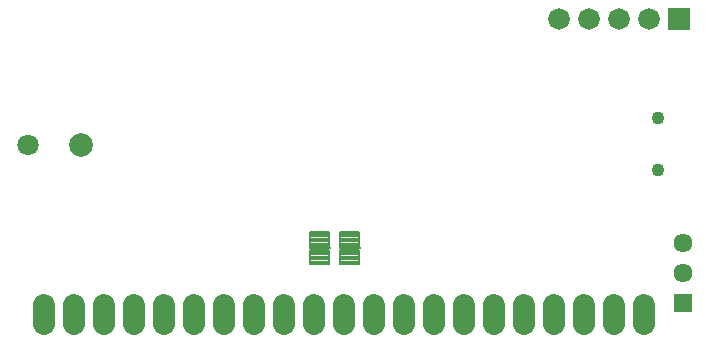
<source format=gbs>
G75*
G70*
%OFA0B0*%
%FSLAX24Y24*%
%IPPOS*%
%LPD*%
%AMOC8*
5,1,8,0,0,1.08239X$1,22.5*
%
%ADD10R,0.0720X0.0720*%
%ADD11C,0.0720*%
%ADD12C,0.0434*%
%ADD13C,0.0789*%
%ADD14C,0.0710*%
%ADD15C,0.0720*%
%ADD16C,0.0081*%
%ADD17R,0.0720X0.0060*%
%ADD18R,0.0635X0.0635*%
%ADD19C,0.0635*%
D10*
X023823Y010791D03*
D11*
X022823Y010791D03*
X021823Y010791D03*
X020823Y010791D03*
X019823Y010791D03*
D12*
X023132Y007487D03*
X023132Y005755D03*
D13*
X003876Y006591D03*
D14*
X002105Y006591D03*
D15*
X002662Y001269D02*
X002662Y000629D01*
X003662Y000629D02*
X003662Y001269D01*
X004662Y001269D02*
X004662Y000629D01*
X005662Y000629D02*
X005662Y001269D01*
X006662Y001269D02*
X006662Y000629D01*
X007662Y000629D02*
X007662Y001269D01*
X008662Y001269D02*
X008662Y000629D01*
X009662Y000629D02*
X009662Y001269D01*
X010662Y001269D02*
X010662Y000629D01*
X011662Y000629D02*
X011662Y001269D01*
X012662Y001269D02*
X012662Y000629D01*
X013662Y000629D02*
X013662Y001269D01*
X014662Y001269D02*
X014662Y000629D01*
X015662Y000629D02*
X015662Y001269D01*
X016662Y001269D02*
X016662Y000629D01*
X017662Y000629D02*
X017662Y001269D01*
X018662Y001269D02*
X018662Y000629D01*
X019662Y000629D02*
X019662Y001269D01*
X020662Y001269D02*
X020662Y000629D01*
X021662Y000629D02*
X021662Y001269D01*
X022662Y001269D02*
X022662Y000629D01*
D16*
X013166Y002631D02*
X013166Y003091D01*
X013166Y002631D02*
X012536Y002631D01*
X012536Y003091D01*
X013166Y003091D01*
X013166Y002711D02*
X012536Y002711D01*
X012536Y002791D02*
X013166Y002791D01*
X013166Y002871D02*
X012536Y002871D01*
X012536Y002951D02*
X013166Y002951D01*
X013166Y003031D02*
X012536Y003031D01*
X012166Y003091D02*
X012166Y002631D01*
X011536Y002631D01*
X011536Y003091D01*
X012166Y003091D01*
X012166Y002711D02*
X011536Y002711D01*
X011536Y002791D02*
X012166Y002791D01*
X012166Y002871D02*
X011536Y002871D01*
X011536Y002951D02*
X012166Y002951D01*
X012166Y003031D02*
X011536Y003031D01*
X012166Y003231D02*
X012166Y003691D01*
X012166Y003231D02*
X011536Y003231D01*
X011536Y003691D01*
X012166Y003691D01*
X012166Y003311D02*
X011536Y003311D01*
X011536Y003391D02*
X012166Y003391D01*
X012166Y003471D02*
X011536Y003471D01*
X011536Y003551D02*
X012166Y003551D01*
X012166Y003631D02*
X011536Y003631D01*
X013166Y003691D02*
X013166Y003231D01*
X012536Y003231D01*
X012536Y003691D01*
X013166Y003691D01*
X013166Y003311D02*
X012536Y003311D01*
X012536Y003391D02*
X013166Y003391D01*
X013166Y003471D02*
X012536Y003471D01*
X012536Y003551D02*
X013166Y003551D01*
X013166Y003631D02*
X012536Y003631D01*
D17*
X012851Y003161D03*
X011851Y003161D03*
D18*
X023939Y001342D03*
D19*
X023939Y002342D03*
X023939Y003342D03*
M02*

</source>
